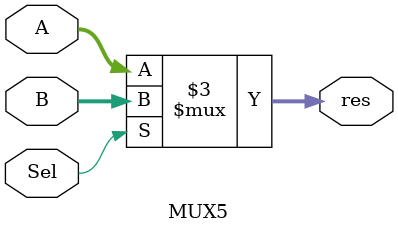
<source format=v>
`timescale 1ns / 1ps

module MUX (
    input Sel,
    input [31:0] A,
    input [31:0] B,
    output reg [31:0] res
    );
    
    always @(Sel or A or B) begin
        res <= (Sel == 0) ? A : B;
    end

endmodule

module MUX5 (
    input Sel,
    input [4:0] A,
    input [4:0] B,
    output reg [4:0] res
    );
    
    always @(Sel or A or B) begin
        res <= (Sel == 0) ? A : B;
    end

endmodule
</source>
